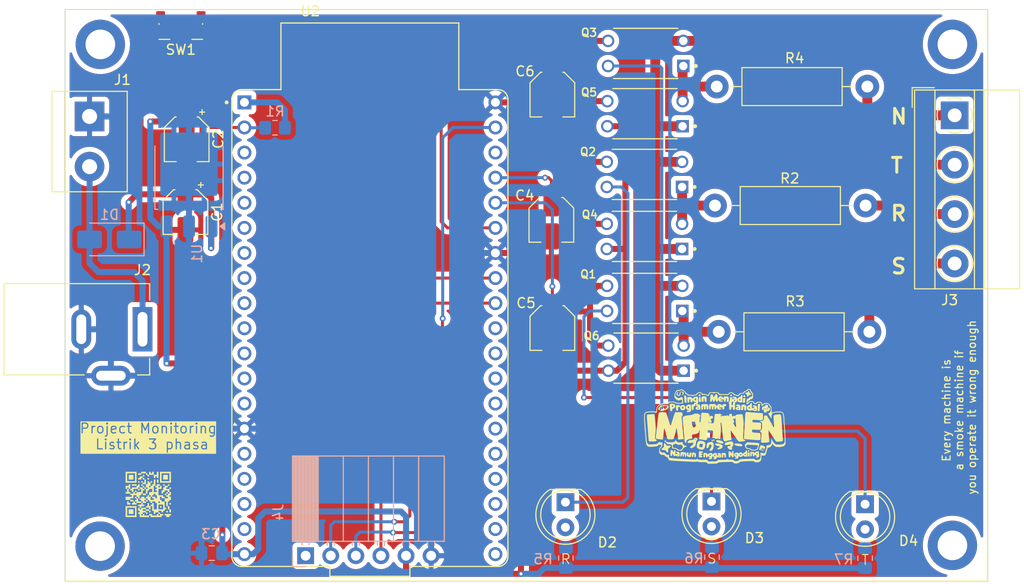
<source format=kicad_pcb>
(kicad_pcb (version 20240108) (generator "pcbnew") (generator_version "8.0")
  (layers (0 "F.Cu" signal) (31 "B.Cu" signal) (34 "B.Paste" user) (35 "F.Paste" user) (36 "B.SilkS" user "B.Silkscreen") (37 "F.SilkS" user "F.Silkscreen") (38 "B.Mask" user) (39 "F.Mask" user) (44 "Edge.Cuts" user))
  (net 0 "")
  (net 1 "Power in")
  (net 2 "GND")
  (net 3 "+3.3V")
  (net 4 "+5V")
  (net 6 "Net-(D1-K)")
  (net 7 "R")
  (net 8 "T")
  (net 9 "N")
  (net 10 "S")
  (net 11 "Net-(Q1-Pad1)")
  (net 12 "Net-(Q2-Pad1)")
  (net 13 "Net-(Q3-Pad1)")
  (net 39 "Net-(U2-EN)")
  (net 40 "Net-(D2-K)")
  (net 41 "Net-(D2-A)")
  (net 42 "Net-(D3-A)")
  (net 43 "Net-(D4-K)")
  (net 44 "Net-(D4-A)")
  (net 45 "MOSI")
  (net 46 "MISO")
  (net 47 "SCK")
  (net 49 "R_signal")
  (net 51 "S_signal")
  (net 52 "T_signal")
  (net 53 "Net-(D3-K)")
  (footprint "TerminalBlock_MetzConnect:TerminalBlock_MetzConnect_Type011_RT05504HBWC_1x04_P5.00mm_Horizontal" (layer "F.Cu") (at 197.9168 71.36 -90)
    (property "Reference" "J3" (at 18.7084 0.508 180) (layer "F.SilkS"))
    (property "Value" "Screw_Terminal_01x04")
    (pad "1" thru_hole rect (at 0 0 270) (size 2.8 2.8) (drill 1.4) (layers "*.Cu" "*.Mask") (net 9 "N"))
    (pad "2" thru_hole circle (at 5 0 270) (size 2.8 2.8) (drill 1.4) (layers "*.Cu" "*.Mask") (net 8 "T"))
    (pad "3" thru_hole circle (at 10 0 270) (size 2.8 2.8) (drill 1.4) (layers "*.Cu" "*.Mask") (net 7 "R"))
    (pad "4" thru_hole circle (at 15 0 270) (size 2.8 2.8) (drill 1.4) (layers "*.Cu" "*.Mask") (net 10 "S"))
  )
  (footprint "PC817C:PC817C" (layer "F.Cu") (at 166.5447 89.8912 180)
    (property "Reference" "Q1" (at 5.7119 2.439 0) (layer "F.SilkS") (effects (font (size 0.800551 0.800551))))
    (property "Value" "PC817C")
    (pad "1" thru_hole rect (at -3.81 -1.27 180) (size 1.26 1.26) (drill 0.85) (layers "*.Cu" "*.Mask") (net 11 "Net-(Q1-Pad1)"))
    (pad "2" thru_hole circle (at -3.81 1.27 180) (size 1.26 1.26) (drill 0.85) (layers "*.Cu" "*.Mask") (net 9 "N"))
    (pad "3" thru_hole circle (at 3.81 1.27 180) (size 1.26 1.26) (drill 0.85) (layers "*.Cu" "*.Mask") (net 51 "S_signal"))
    (pad "4" thru_hole circle (at 3.81 -1.27 180) (size 1.26 1.26) (drill 0.85) (layers "*.Cu" "*.Mask") (net 53 "Net-(D3-K)"))
  )
  (footprint "LED_THT:LED_D5.0mm_IRGrey" (layer "F.Cu") (at 158.5214 110.5154 -90)
    (property "Reference" "D2" (at 4.069 -4.2418 0) (layer "F.SilkS"))
    (property "Value" "LD271")
    (pad "1" thru_hole rect (at 0 0 270) (size 1.8 1.8) (drill 0.9) (layers "*.Cu" "*.Mask") (net 40 "Net-(D2-K)"))
    (pad "2" thru_hole circle (at 2.54 0 270) (size 1.8 1.8) (drill 0.9) (layers "*.Cu" "*.Mask") (net 41 "Net-(D2-A)"))
  )
  (footprint "Capacitor_SMD:CP_Elec_4x5.4" (layer "F.Cu") (at 120.1928 73.787 -90)
    (property "Reference" "C2" (at 0 -3.2 90) (layer "F.SilkS"))
    (property "Value" "10uF")
    (pad "1" smd roundrect (at -1.8 0 270) (size 2.6 1.6) (layers "F.Cu" "F.Paste" "F.Mask") (roundrect_rratio 0.15625) (net 4 "+5V"))
    (pad "2" smd roundrect (at 1.8 0 270) (size 2.6 1.6) (layers "F.Cu" "F.Paste" "F.Mask") (roundrect_rratio 0.15625) (net 2 "GND"))
  )
  (footprint "LED_THT:LED_D5.0mm_IRGrey" (layer "F.Cu") (at 188.849 110.7186 -90)
    (property "Reference" "D4" (at 3.7084 -4.3942 0) (layer "F.SilkS"))
    (property "Value" "LD271")
    (pad "1" thru_hole rect (at 0 0 270) (size 1.8 1.8) (drill 0.9) (layers "*.Cu" "*.Mask") (net 43 "Net-(D4-K)"))
    (pad "2" thru_hole circle (at 2.54 0 270) (size 1.8 1.8) (drill 0.9) (layers "*.Cu" "*.Mask") (net 44 "Net-(D4-A)"))
  )
  (footprint "PC817C:PC817C" (layer "F.Cu") (at 166.5193 83.6168 180)
    (property "Reference" "Q4" (at 5.5341 2.2098 0) (layer "F.SilkS") (effects (font (size 0.800551 0.800551))))
    (property "Value" "PC817C")
    (pad "1" thru_hole rect (at -3.81 -1.27 180) (size 1.26 1.26) (drill 0.85) (layers "*.Cu" "*.Mask") (net 9 "N"))
    (pad "2" thru_hole circle (at -3.81 1.27 180) (size 1.26 1.26) (drill 0.85) (layers "*.Cu" "*.Mask") (net 12 "Net-(Q2-Pad1)"))
    (pad "3" thru_hole circle (at 3.81 1.27 180) (size 1.26 1.26) (drill 0.85) (layers "*.Cu" "*.Mask") (net 49 "R_signal"))
    (pad "4" thru_hole circle (at 3.81 -1.27 180) (size 1.26 1.26) (drill 0.85) (layers "*.Cu" "*.Mask") (net 4 "+5V"))
  )
  (footprint "LOGO" (layer "F.Cu") (at 116.2812 109.7026)
    (property "Reference" "G***" (hide yes))
    (property "Value" "LOGO" (hide yes))
  )
  (footprint "PC817C:PC817C" (layer "F.Cu") (at 166.6748 95.9358 180)
    (property "Reference" "Q6" (at 5.5118 2.2606 0) (layer "F.SilkS") (effects (font (size 0.800551 0.800551))))
    (property "Value" "PC817C")
    (pad "1" thru_hole rect (at -3.81 -1.27 180) (size 1.26 1.26) (drill 0.85) (layers "*.Cu" "*.Mask") (net 9 "N"))
    (pad "2" thru_hole circle (at -3.81 1.27 180) (size 1.26 1.26) (drill 0.85) (layers "*.Cu" "*.Mask") (net 11 "Net-(Q1-Pad1)"))
    (pad "3" thru_hole circle (at 3.81 1.27 180) (size 1.26 1.26) (drill 0.85) (layers "*.Cu" "*.Mask") (net 51 "S_signal"))
    (pad "4" thru_hole circle (at 3.81 -1.27 180) (size 1.26 1.26) (drill 0.85) (layers "*.Cu" "*.Mask") (net 4 "+5V"))
  )
  (footprint "ESP:MODULE_ESP32-DEVKITC-32E" (layer "F.Cu") (at 138.7348 92.8882)
    (property "Reference" "U2" (at -6.0325 -32.0675 0) (layer "F.SilkS"))
    (property "Value" "ESP32-DEVKITC-32E")
    (pad "J2_1" thru_hole rect (at -12.7 -22.835) (size 1.408 1.408) (drill 0.9) (layers "*.Cu" "*.Mask") (net 3 "+3.3V"))
    (pad "J2_2" thru_hole circle (at -12.7 -20.295) (size 1.408 1.408) (drill 0.9) (layers "*.Cu" "*.Mask") (net 39 "Net-(U2-EN)"))
    (pad "J2_3" thru_hole circle (at -12.7 -17.755) (size 1.408 1.408) (drill 0.9) (layers "*.Cu" "*.Mask"))
    (pad "J2_4" thru_hole circle (at -12.7 -15.215) (size 1.408 1.408) (drill 0.9) (layers "*.Cu" "*.Mask"))
    (pad "J2_5" thru_hole circle (at -12.7 -12.675) (size 1.408 1.408) (drill 0.9) (layers "*.Cu" "*.Mask"))
    (pad "J2_6" thru_hole circle (at -12.7 -10.135) (size 1.408 1.408) (drill 0.9) (layers "*.Cu" "*.Mask"))
    (pad "J2_7" thru_hole circle (at -12.7 -7.595) (size 1.408 1.408) (drill 0.9) (layers "*.Cu" "*.Mask"))
    (pad "J2_8" thru_hole circle (at -12.7 -5.055) (size 1.408 1.408) (drill 0.9) (layers "*.Cu" "*.Mask"))
    (pad "J2_9" thru_hole circle (at -12.7 -2.515) (size 1.408 1.408) (drill 0.9) (layers "*.Cu" "*.Mask"))
    (pad "J2_10" thru_hole circle (at -12.7 0.025) (size 1.408 1.408) (drill 0.9) (layers "*.Cu" "*.Mask"))
    (pad "J2_11" thru_hole circle (at -12.7 2.565) (size 1.408 1.408) (drill 0.9) (layers "*.Cu" "*.Mask"))
    (pad "J2_12" thru_hole circle (at -12.7 5.105) (size 1.408 1.408) (drill 0.9) (layers "*.Cu" "*.Mask"))
    (pad "J2_13" thru_hole circle (at -12.7 7.645) (size 1.408 1.408) (drill 0.9) (layers "*.Cu" "*.Mask"))
    (pad "J2_14" thru_hole circle (at -12.7 10.185) (size 1.408 1.408) (drill 0.9) (layers "*.Cu" "*.Mask") (net 2 "GND"))
    (pad "J2_15" thru_hole circle (at -12.7 12.725) (size 1.408 1.408) (drill 0.9) (layers "*.Cu" "*.Mask"))
    (pad "J2_16" thru_hole circle (at -12.7 15.265) (size 1.408 1.408) (drill 0.9) (layers "*.Cu" "*.Mask"))
    (pad "J2_17" thru_hole circle (at -12.7 17.805) (size 1.408 1.408) (drill 0.9) (layers "*.Cu" "*.Mask"))
    (pad "J2_18" thru_hole circle (at -12.7 20.345) (size 1.408 1.408) (drill 0.9) (layers "*.Cu" "*.Mask"))
    (pad "J2_19" thru_hole circle (at -12.7 22.885) (size 1.408 1.408) (drill 0.9) (layers "*.Cu" "*.Mask") (net 4 "+5V"))
    (pad "J3_1" thru_hole circle (at 12.7 -22.835) (size 1.408 1.408) (drill 0.9) (layers "*.Cu" "*.Mask") (net 2 "GND"))
    (pad "J3_2" thru_hole circle (at 12.7 -20.295) (size 1.408 1.408) (drill 0.9) (layers "*.Cu" "*.Mask") (net 45 "MOSI"))
    (pad "J3_3" thru_hole circle (at 12.7 -17.755) (size 1.408 1.408) (drill 0.9) (layers "*.Cu" "*.Mask"))
    (pad "J3_4" thru_hole circle (at 12.7 -15.215) (size 1.408 1.408) (drill 0.9) (layers "*.Cu" "*.Mask") (net 49 "R_signal"))
    (pad "J3_5" thru_hole circle (at 12.7 -12.675) (size 1.408 1.408) (drill 0.9) (layers "*.Cu" "*.Mask") (net 51 "S_signal"))
    (pad "J3_6" thru_hole circle (at 12.7 -10.135) (size 1.408 1.408) (drill 0.9) (layers "*.Cu" "*.Mask") (net 52 "T_signal"))
    (pad "J3_7" thru_hole circle (at 12.7 -7.595) (size 1.408 1.408) (drill 0.9) (layers "*.Cu" "*.Mask") (net 2 "GND"))
    (pad "J3_8" thru_hole circle (at 12.7 -5.055) (size 1.408 1.408) (drill 0.9) (layers "*.Cu" "*.Mask") (net 46 "MISO"))
    (pad "J3_9" thru_hole circle (at 12.7 -2.515) (size 1.408 1.408) (drill 0.9) (layers "*.Cu" "*.Mask") (net 47 "SCK"))
    (pad "J3_10" thru_hole circle (at 12.7 0.025) (size 1.408 1.408) (drill 0.9) (layers "*.Cu" "*.Mask"))
    (pad "J3_11" thru_hole circle (at 12.7 2.565) (size 1.408 1.408) (drill 0.9) (layers "*.Cu" "*.Mask"))
    (pad "J3_12" thru_hole circle (at 12.7 5.105) (size 1.408 1.408) (drill 0.9) (layers "*.Cu" "*.Mask"))
    (pad "J3_13" thru_hole circle (at 12.7 7.645) (size 1.408 1.408) (drill 0.9) (layers "*.Cu" "*.Mask"))
    (pad "J3_14" thru_hole circle (at 12.7 10.185) (size 1.408 1.408) (drill 0.9) (layers "*.Cu" "*.Mask"))
    (pad "J3_15" thru_hole circle (at 12.7 12.725) (size 1.408 1.408) (drill 0.9) (layers "*.Cu" "*.Mask"))
    (pad "J3_16" thru_hole circle (at 12.7 15.265) (size 1.408 1.408) (drill 0.9) (layers "*.Cu" "*.Mask"))
    (pad "J3_17" thru_hole circle (at 12.7 17.805) (size 1.408 1.408) (drill 0.9) (layers "*.Cu" "*.Mask"))
    (pad "J3_18" thru_hole circle (at 12.7 20.345) (size 1.408 1.408) (drill 0.9) (layers "*.Cu" "*.Mask"))
    (pad "J3_19" thru_hole circle (at 12.7 22.885) (size 1.408 1.408) (drill 0.9) (layers "*.Cu" "*.Mask"))
  )
  (footprint "PC817C:PC817C" (layer "F.Cu") (at 166.6463 65.0996 180)
    (property "Reference" "Q3" (at 5.7373 2.1076 0) (layer "F.SilkS") (effects (font (size 0.800551 0.800551))))
    (property "Value" "PC817C")
    (pad "1" thru_hole rect (at -3.81 -1.27 180) (size 1.26 1.26) (drill 0.85) (layers "*.Cu" "*.Mask") (net 13 "Net-(Q3-Pad1)"))
    (pad "2" thru_hole circle (at -3.81 1.27 180) (size 1.26 1.26) (drill 0.85) (layers "*.Cu" "*.Mask") (net 9 "N"))
    (pad "3" thru_hole circle (at 3.81 1.27 180) (size 1.26 1.26) (drill 0.85) (layers "*.Cu" "*.Mask") (net 52 "T_signal"))
    (pad "4" thru_hole circle (at 3.81 -1.27 180) (size 1.26 1.26) (drill 0.85) (layers "*.Cu" "*.Mask") (net 43 "Net-(D4-K)"))
  )
  (footprint "Capacitor_SMD:C_Elec_4x5.4" (layer "F.Cu") (at 157.2006 92.8892 -90)
    (property "Reference" "C5" (at -2.53 2.667 360) (layer "F.SilkS"))
    (property "Value" "C")
    (pad "1" smd roundrect (at -1.675 0 270) (size 2.65 1.6) (layers "F.Cu" "F.Paste" "F.Mask") (roundrect_rratio 0.15625) (net 51 "S_signal"))
    (pad "2" smd roundrect (at 1.675 0 270) (size 2.65 1.6) (layers "F.Cu" "F.Paste" "F.Mask") (roundrect_rratio 0.15625) (net 2 "GND"))
  )
  (footprint "Capacitor_SMD:C_Elec_4x5.4" (layer "F.Cu") (at 157.099 81.9404 -90)
    (property "Reference" "C4" (at -2.4652 2.6924 360) (layer "F.SilkS"))
    (property "Value" "C")
    (pad "1" smd roundrect (at -1.675 0 270) (size 2.65 1.6) (layers "F.Cu" "F.Paste" "F.Mask") (roundrect_rratio 0.15625) (net 49 "R_signal"))
    (pad "2" smd roundrect (at 1.675 0 270) (size 2.65 1.6) (layers "F.Cu" "F.Paste" "F.Mask") (roundrect_rratio 0.15625) (net 2 "GND"))
  )
  (footprint "Capacitor_SMD:C_Elec_4x5.4" (layer "F.Cu") (at 157.2006 69.2672 -90)
    (property "Reference" "C6" (at -2.3622 2.7686 360) (layer "F.SilkS"))
    (property "Value" "C")
    (pad "1" smd roundrect (at -1.675 0 270) (size 2.65 1.6) (layers "F.Cu" "F.Paste" "F.Mask") (roundrect_rratio 0.15625) (net 52 "T_signal"))
    (pad "2" smd roundrect (at 1.675 0 270) (size 2.65 1.6) (layers "F.Cu" "F.Paste" "F.Mask") (roundrect_rratio 0.15625) (net 2 "GND"))
  )
  (footprint "Capacitor_SMD:CP_Elec_4x5.4" (layer "F.Cu") (at 120.0658 81.1564 -90)
    (property "Reference" "C1" (at 0 -3.2 90) (layer "F.SilkS"))
    (property "Value" "10uF")
    (pad "1" smd roundrect (at -1.8 0 270) (size 2.6 1.6) (layers "F.Cu" "F.Paste" "F.Mask") (roundrect_rratio 0.15625) (net 6 "Net-(D1-K)"))
    (pad "2" smd roundrect (at 1.8 0 270) (size 2.6 1.6) (layers "F.Cu" "F.Paste" "F.Mask") (roundrect_rratio 0.15625) (net 2 "GND"))
  )
  (footprint "TerminalBlock:TerminalBlock_bornier-2_P5.08mm" (layer "F.Cu") (at 110.363 71.4756 -90)
    (property "Reference" "J1" (at -3.7084 -3.3274 0) (layer "F.SilkS"))
    (property "Value" "Screw_Terminal_01x02")
    (pad "1" thru_hole rect (at 0 0 270) (size 3 3) (drill 1.52) (layers "*.Cu" "*.Mask") (net 2 "GND"))
    (pad "2" thru_hole circle (at 5.08 0 270) (size 3 3) (drill 1.52) (layers "*.Cu" "*.Mask") (net 1 "Power in"))
  )
  (footprint "Resistor_THT:R_Axial_DIN0411_L9.9mm_D3.6mm_P15.24mm_Horizontal" (layer "F.Cu") (at 189.2808 93.2688 180)
    (property "Reference" "R3" (at 7.5184 3.0734 0) (layer "F.SilkS"))
    (property "Value" "R")
    (pad "1" thru_hole circle (at 0 0 180) (size 2.4 2.4) (drill 1.2) (layers "*.Cu" "*.Mask") (net 10 "S"))
    (pad "2" thru_hole oval (at 15.24 0 180) (size 2.4 2.4) (drill 1.2) (layers "*.Cu" "*.Mask") (net 11 "Net-(Q1-Pad1)"))
  )
  (footprint "Resistor_THT:R_Axial_DIN0411_L9.9mm_D3.6mm_P15.24mm_Horizontal" (layer "F.Cu") (at 189.0776 68.453 180)
    (property "Reference" "R4" (at 7.366 2.8702 0) (layer "F.SilkS"))
    (property "Value" "R")
    (pad "1" thru_hole circle (at 0 0 180) (size 2.4 2.4) (drill 1.2) (layers "*.Cu" "*.Mask") (net 8 "T"))
    (pad "2" thru_hole oval (at 15.24 0 180) (size 2.4 2.4) (drill 1.2) (layers "*.Cu" "*.Mask") (net 13 "Net-(Q3-Pad1)"))
  )
  (footprint "LOGO" (layer "F.Cu") (at 173.736 103.1748)
    (property "Reference" "G***" (at -0.391124 -0.649574 0) (layer "F.SilkS") (effects (font (size 1.5 1.5) (thickness 0.3))))
    (property "Value" "LOGO" (hide yes))
  )
  (footprint "Connector_BarrelJack:BarrelJack_Kycon_KLDX-0202-xC_Horizontal" (layer "F.Cu") (at 115.7248 93.0148)
    (property "Reference" "J2" (at 0 -6 0) (layer "F.SilkS"))
    (property "Value" "Barrel_Jack_Switch")
    (pad "1" thru_hole rect (at 0 0) (size 2 4.5) (drill oval 1 3.5) (layers "*.Cu" "*.Mask") (net 1 "Power in"))
    (pad "2" thru_hole oval (at -6.2 0) (size 2 4) (drill oval 1 3) (layers "*.Cu" "*.Mask") (net 2 "GND"))
    (pad "3" thru_hole oval (at -3.2 4.7 90) (size 2 4) (drill oval 1 3) (layers "*.Cu" "*.Mask") (net 2 "GND"))
  )
  (footprint "Resistor_THT:R_Axial_DIN0411_L9.9mm_D3.6mm_P15.24mm_Horizontal" (layer "F.Cu") (at 188.8998 80.4926 180)
    (property "Reference" "R2" (at 7.6708 2.7432 0) (layer "F.SilkS"))
    (property "Value" "R")
    (pad "1" thru_hole circle (at 0 0 180) (size 2.4 2.4) (drill 1.2) (layers "*.Cu" "*.Mask") (net 7 "R"))
    (pad "2" thru_hole oval (at 15.24 0 180) (size 2.4 2.4) (drill 1.2) (layers "*.Cu" "*.Mask") (net 12 "Net-(Q2-Pad1)"))
  )
  (footprint "PC817C:PC817C" (layer "F.Cu") (at 166.5732 71.1962 180)
    (property "Reference" "Q5" (at 5.6642 2.159 0) (layer "F.SilkS") (effects (font (size 0.800551 0.800551))))
    (property "Value" "PC817C")
    (pad "1" thru_hole rect (at -3.81 -1.27 180) (size 1.26 1.26) (drill 0.85) (layers "*.Cu" "*.Mask") (net 9 "N"))
    (pad "2" thru_hole circle (at -3.81 1.27 180) (size 1.26 1.26) (drill 0.85) (layers "*.Cu" "*.Mask") (net 13 "Net-(Q3-Pad1)"))
    (pad "3" thru_hole circle (at 3.81 1.27 180) (size 1.26 1.26) (drill 0.85) (layers "*.Cu" "*.Mask") (net 52 "T_signal"))
    (pad "4" thru_hole circle (at 3.81 -1.27 180) (size 1.26 1.26) (drill 0.85) (layers "*.Cu" "*.Mask") (net 4 "+5V"))
  )
  (footprint "LED_THT:LED_D5.0mm_IRGrey" (layer "F.Cu") (at 173.3042 110.4342 -90)
    (property "Reference" "D3" (at 3.7084 -4.3434 0) (layer "F.SilkS"))
    (property "Value" "LD271")
    (pad "1" thru_hole rect (at 0 0 270) (size 1.8 1.8) (drill 0.9) (layers "*.Cu" "*.Mask") (net 53 "Net-(D3-K)"))
    (pad "2" thru_hole circle (at 2.54 0 270) (size 1.8 1.8) (drill 0.9) (layers "*.Cu" "*.Mask") (net 42 "Net-(D3-A)"))
  )
  (footprint "Button_Switch_SMD:SW_SPST_CK_KMS2xxG" (layer "F.Cu") (at 119.5988 62.1164 180)
    (property "Reference" "SW1" (at 0 -2.6 180) (layer "F.SilkS"))
    (property "Value" "CK_KMS2xxG")
    (pad "1" smd roundrect (at -2.05 -0.8 180) (size 0.9 1) (layers "F.Cu" "F.Paste" "F.Mask") (roundrect_rratio 0.15) (net 2 "GND"))
    (pad "1" smd roundrect (at 2.05 -0.8 180) (size 0.9 1) (layers "F.Cu" "F.Paste" "F.Mask") (roundrect_rratio 0.15) (net 2 "GND"))
    (pad "2" smd roundrect (at -2.05 0.8 180) (size 0.9 1) (layers "F.Cu" "F.Paste" "F.Mask") (roundrect_rratio 0.15) (net 39 "Net-(U2-EN)"))
    (pad "2" smd roundrect (at 2.05 0.8 180) (size 0.9 1) (layers "F.Cu" "F.Paste" "F.Mask") (roundrect_rratio 0.15) (net 39 "Net-(U2-EN)"))
    (pad "SH" smd roundrect (at 0 -1.425 180) (size 1.7 0.55) (layers "F.Cu" "F.Paste" "F.Mask") (roundrect_rratio 0.15))
  )
  (footprint "PC817C:PC817C" (layer "F.Cu") (at 166.5193 77.343 180)
    (property "Reference" "Q2" (at 5.7119 2.286 0) (layer "F.SilkS") (effects (font (size 0.800551 0.800551))))
    (property "Value" "PC817C")
    (pad "1" thru_hole rect (at -3.81 -1.27 180) (size 1.26 1.26) (drill 0.85) (layers "*.Cu" "*.Mask") (net 12 "Net-(Q2-Pad1)"))
    (pad "2" thru_hole circle (at -3.81 1.27 180) (size 1.26 1.26) (drill 0.85) (layers "*.Cu" "*.Mask") (net 9 "N"))
    (pad "3" thru_hole circle (at 3.81 1.27 180) (size 1.26 1.26) (drill 0.85) (layers "*.Cu" "*.Mask") (net 49 "R_signal"))
    (pad "4" thru_hole circle (at 3.81 -1.27 180) (size 1.26 1.26) (drill 0.85) (layers "*.Cu" "*.Mask") (net 40 "Net-(D2-K)"))
  )
  (footprint "Diode_SMD:D_SMA" (layer "B.Cu") (at 112.3696 83.9216 180)
    (property "Reference" "D1" (at 0 2.5 0) (layer "B.SilkS") (effects (justify mirror)))
    (property "Value" "SS14")
    (pad "1" smd roundrect (at -2 0 180) (size 2.5 1.8) (layers "B.Cu" "B.Paste" "B.Mask") (roundrect_rratio 0.1388888889) (net 6 "Net-(D1-K)"))
    (pad "2" smd roundrect (at 2 0 180) (size 2.5 1.8) (layers "B.Cu" "B.Paste" "B.Mask") (roundrect_rratio 0.1388888889) (net 1 "Power in"))
  )
  (footprint "Package_TO_SOT_SMD:TO-252-3_TabPin2" (layer "B.Cu") (at 120.4274 77.5608 90)
    (property "Reference" "U1" (at -7.8064 0.8138 90) (layer "B.SilkS") (effects (justify mirror)))
    (property "Value" "L7805")
    (pad "1" smd roundrect (at -5.04 2.28 90) (size 2.2 1.2) (layers "B.Cu" "B.Paste" "B.Mask") (roundrect_rratio 0.208333) (net 6 "Net-(D1-K)"))
    (pad "2" smd roundrect (at -5.04 0 90) (size 2.2 1.2) (layers "B.Cu" "B.Paste" "B.Mask") (roundrect_rratio 0.208333) (net 2 "GND"))
    (pad "2" smd roundrect (at -0.415 -1.525 90) (size 3.05 2.75) (layers "B.Cu" "B.Paste") (roundrect_rratio 0.090909) (net 2 "GND"))
    (pad "2" smd roundrect (at -0.415 1.525 90) (size 3.05 2.75) (layers "B.Cu" "B.Paste") (roundrect_rratio 0.090909) (net 2 "GND"))
    (pad "2" smd roundrect (at 1.26 0 90) (size 6.4 5.8) (layers "B.Cu" "B.Mask") (roundrect_rratio 0.043103) (net 2 "GND"))
    (pad "2" smd roundrect (at 2.935 -1.525 90) (size 3.05 2.75) (layers "B.Cu" "B.Paste") (roundrect_rratio 0.090909) (net 2 "GND"))
    (pad "2" smd roundrect (at 2.935 1.525 90) (size 3.05 2.75) (layers "B.Cu" "B.Paste") (roundrect_rratio 0.090909) (net 2 "GND"))
    (pad "3" smd roundrect (at -5.04 -2.28 90) (size 2.2 1.2) (layers "B.Cu" "B.Paste" "B.Mask") (roundrect_rratio 0.208333) (net 4 "+5V"))
  )
  (footprint "Resistor_SMD:R_0805_2012Metric_Pad1.20x1.40mm_HandSolder" (layer "B.Cu") (at 188.849 116.1796 -90)
    (property "Reference" "R7" (at 0.127 2.159 180) (layer "B.SilkS") (effects (justify mirror)))
    (property "Value" "R")
    (pad "1" smd roundrect (at -1 0 270) (size 1.2 1.4) (layers "B.Cu" "B.Paste" "B.Mask") (roundrect_rratio 0.208333) (net 44 "Net-(D4-A)"))
    (pad "2" smd roundrect (at 1 0 270) (size 1.2 1.4) (layers "B.Cu" "B.Paste" "B.Mask") (roundrect_rratio 0.208333) (net 4 "+5V"))
  )
  (footprint "Resistor_SMD:R_0805_2012Metric_Pad1.20x1.40mm_HandSolder" (layer "B.Cu") (at 158.5722 116.1592 -90)
    (property "Reference" "R5" (at 0.122 2.3114 180) (layer "B.SilkS") (effects (justify mirror)))
    (property "Value" "R" (hide yes))
    (pad "1" smd roundrect (at -1 0 270) (size 1.2 1.4) (layers "B.Cu" "B.Paste" "B.Mask") (roundrect_rratio 0.208333) (net 41 "Net-(D2-A)"))
    (pad "2" smd roundrect (at 1 0 270) (size 1.2 1.4) (layers "B.Cu" "B.Paste" "B.Mask") (roundrect_rratio 0.208333) (net 4 "+5V"))
  )
  (footprint "Capacitor_SMD:C_0805_2012Metric_Pad1.18x1.45mm_HandSolder" (layer "B.Cu") (at 122.7328 115.6716 180)
    (property "Reference" "C3" (at 0.1016 1.9304 180) (layer "B.SilkS") (effects (justify mirror)))
    (property "Value" "10uF")
    (pad "1" smd roundrect (at -1.0375 0 180) (size 1.175 1.45) (layers "B.Cu" "B.Paste" "B.Mask") (roundrect_rratio 0.212766) (net 4 "+5V"))
    (pad "2" smd roundrect (at 1.0375 0 180) (size 1.175 1.45) (layers "B.Cu" "B.Paste" "B.Mask") (roundrect_rratio 0.212766) (net 2 "GND"))
  )
  (footprint "Resistor_SMD:R_0805_2012Metric_Pad1.20x1.40mm_HandSolder" (layer "B.Cu") (at 173.355 116.078 -90)
    (property "Reference" "R6" (at 0.127 1.8288 180) (layer "B.SilkS") (effects (justify mirror)))
    (property "Value" "R")
    (pad "1" smd roundrect (at -1 0 270) (size 1.2 1.4) (layers "B.Cu" "B.Paste" "B.Mask") (roundrect_rratio 0.208333) (net 42 "Net-(D3-A)"))
    (pad "2" smd roundrect (at 1 0 270) (size 1.2 1.4) (layers "B.Cu" "B.Paste" "B.Mask") (roundrect_rratio 0.208333) (net 4 "+5V"))
  )
  (footprint "Connector_PinSocket_2.54mm:PinSocket_1x06_P2.54mm_Horizontal" (layer "B.Cu") (at 132.232 115.9314 -90)
    (property "Reference" "J4" (at -4.38 2.77 90) (layer "B.SilkS") (effects (justify mirror)))
    (property "Value" "Conn_01x06_Pin")
    (pad "1" thru_hole rect (at 0 0 270) (size 1.7 1.7) (drill 1) (layers "*.Cu" "*.Mask"))
    (pad "2" thru_hole oval (at 0 -2.54 270) (size 1.7 1.7) (drill 1) (layers "*.Cu" "*.Mask") (net 47 "SCK"))
    (pad "3" thru_hole oval (at 0 -5.08 270) (size 1.7 1.7) (drill 1) (layers "*.Cu" "*.Mask") (net 45 "MOSI"))
    (pad "4" thru_hole oval (at 0 -7.62 270) (size 1.7 1.7) (drill 1) (layers "*.Cu" "*.Mask") (net 46 "MISO"))
    (pad "5" thru_hole oval (at 0 -10.16 270) (size 1.7 1.7) (drill 1) (layers "*.Cu" "*.Mask") (net 4 "+5V"))
    (pad "6" thru_hole oval (at 0 -12.7 270) (size 1.7 1.7) (drill 1) (layers "*.Cu" "*.Mask") (net 2 "GND"))
  )
  (footprint "Resistor_SMD:R_0805_2012Metric_Pad1.20x1.40mm_HandSolder" (layer "B.Cu") (at 129.1336 72.6186 180)
    (property "Reference" "R1" (at 0 1.65 0) (layer "B.SilkS") (effects (justify mirror)))
    (property "Value" "10k")
    (pad "1" smd roundrect (at -1 0 180) (size 1.2 1.4) (layers "B.Cu" "B.Paste" "B.Mask") (roundrect_rratio 0.208333) (net 3 "+3.3V"))
    (pad "2" smd roundrect (at 1 0 180) (size 1.2 1.4) (layers "B.Cu" "B.Paste" "B.Mask") (roundrect_rratio 0.208333) (net 39 "Net-(U2-EN)"))
  )
  (gr_rect (start 107.9246 60.6552) (end 201.2188 118.491) (stroke (width 0.1)) (fill none) (layer "F.SilkS"))
  (gr_rect (start 107.8484 60.6552) (end 201.295 118.5672) (stroke (width 0.05)) (fill none) (layer "Edge.Cuts"))
  (gr_text "S" (at 191.3382 87.5284 0) (layer "F.SilkS") (effects (font (size 1.5 1.5) (thickness 0.3) (bold yes)) (justify left bottom)))
  (gr_text "S" (at 172.7962 116.8146 0) (layer "F.SilkS") (effects (font (size 1 1) (thickness 0.1)) (justify left bottom)))
  (gr_text "T" (at 188.4172 116.9416 0) (layer "F.SilkS") (effects (font (size 1 1) (thickness 0.1)) (justify left bottom)))
  (gr_text "R" (at 157.988 116.8654 0) (layer "F.SilkS") (effects (font (size 1 1) (thickness 0.1)) (justify left bottom)))
  (gr_text "R" (at 191.2874 82.169 0) (layer "F.SilkS") (effects (font (size 1.5 1.5) (thickness 0.3) (bold yes)) (justify left bottom)))
  (gr_text "T" (at 191.2874 77.3176 0) (layer "F.SilkS") (effects (font (size 1.5 1.5) (thickness 0.3) (bold yes)) (justify left bottom)))
  (gr_text "N" (at 191.2874 72.3646 0) (layer "F.SilkS") (effects (font (size 1.5 1.5) (thickness 0.3) (bold yes)) (justify left bottom)))
  (gr_text "Every machine is \na smoke machine if \nyou operate it wrong enough" (at 200.1266 100.9142 90) (layer "F.SilkS") (effects (font (size 0.8 0.8) (thickness 0.125) (bold yes)) (justify bottom)))
  (gr_text "Project Monitoring \nListrik 3 phasa" (at 116.6876 102.4636 0) (layer "F.SilkS" knockout) (effects (font (size 1 1) (thickness 0.125) (bold yes)) (justify top)))
  (via (at 197.6882 114.8842) (size 5) (drill 3) (layers "F.Cu" "B.Cu") (net 0))
  (via (at 197.6882 64.1858) (size 5) (drill 3) (layers "F.Cu" "B.Cu") (net 0))
  (via (at 111.4552 64.1858) (size 5) (drill 3) (layers "F.Cu" "B.Cu") (net 0))
  (via (at 111.4298 114.9604) (size 5) (drill 3) (layers "F.Cu" "B.Cu") (net 0))
  (segment (start 110.3696 83.9216) (end 110.3696 76.5622) (width 0.6096) (layer "B.Cu") (net 1))
  (segment (start 110.3696 83.9216) (end 110.3696 86.3412) (width 0.6096) (layer "B.Cu") (net 1))
  (segment (start 114.8588 87.2236) (end 115.7248 88.0896) (width 0.6096) (layer "B.Cu") (net 1))
  (segment (start 111.252 87.2236) (end 114.8588 87.2236) (width 0.6096) (layer "B.Cu") (net 1))
  (segment (start 110.3696 86.3412) (end 111.252 87.2236) (width 0.6096) (layer "B.Cu") (net 1))
  (segment (start 110.3696 76.5622) (end 110.363 76.5556) (width 0.6096) (layer "B.Cu") (net 1))
  (segment (start 115.7248 88.0896) (end 115.7248 93.0148) (width 0.6096) (layer "B.Cu") (net 1))
  (segment (start 153.7716 94.1578) (end 153.7716 85.2932) (width 0.6096) (layer "F.Cu") (net 2))
  (segment (start 153.7716 85.2932) (end 153.7716 83.6168) (width 0.6096) (layer "F.Cu") (net 2))
  (segment (start 157.2006 70.9422) (end 153.797 70.9422) (width 0.6096) (layer "F.Cu") (net 2))
  (segment (start 153.773 83.6154) (end 153.7716 83.6168) (width 0.6096) (layer "F.Cu") (net 2))
  (segment (start 115.5192 74.4728) (end 115.5192 71.4502) (width 0.6096) (layer "F.Cu") (net 2))
  (segment (start 121.6488 62.9164) (end 121.6488 64.5332) (width 0.6096) (layer "F.Cu") (net 2))
  (segment (start 112.5982 82.3722) (end 112.5982 78.5622) (width 0.6096) (layer "F.Cu") (net 2))
  (segment (start 115.5226 75.587) (end 115.5192 75.5904) (width 0.6096) (layer "F.Cu") (net 2))
  (segment (start 115.1128 77.8256) (end 115.5192 77.4192) (width 0.6096) (layer "F.Cu") (net 2))
  (segment (start 113.3348 77.8256) (end 115.1128 77.8256) (width 0.6096) (layer "F.Cu") (net 2))
  (segment (start 157.2006 94.5642) (end 154.178 94.5642) (width 0.6096) (layer "F.Cu") (net 2))
  (segment (start 151.4348 85.2932) (end 153.7716 85.2932) (width 0.6096) (layer "F.Cu") (net 2))
  (segment (start 115.4938 71.4756) (end 115.5192 71.4502) (width 0.6096) (layer "F.Cu") (net 2))
  (segment (start 121.6488 64.5332) (end 121.158 65.024) (width 0.6096) (layer "F.Cu") (net 2))
  (segment (start 115.5192 71.4502) (end 115.5192 65.024) (width 0.6096) (layer "F.Cu") (net 2))
  (segment (start 110.363 71.4756) (end 115.4938 71.4756) (width 0.6096) (layer "F.Cu") (net 2))
  (segment (start 120.1928 75.587) (end 115.5226 75.587) (width 0.6096) (layer "F.Cu") (net 2))
  (segment (start 153.7716 83.6168) (end 153.7716 70.9676) (width 0.6096) (layer "F.Cu") (net 2))
  (segment (start 121.158 65.024) (end 115.5192 65.024) (width 0.6096) (layer "F.Cu") (net 2))
  (segment (start 115.5192 63.6778) (end 115.5192 65.024) (width 0.6096) (layer "F.Cu") (net 2))
  (segment (start 116.2806 62.9164) (end 115.5192 63.6778) (width 0.6096) (layer "F.Cu") (net 2))
  (segment (start 153.1874 70.0532) (end 151.4348 70.0532) (width 0.6096) (layer "F.Cu") (net 2))
  (segment (start 115.5192 77.4192) (end 115.5192 75.5904) (width 0.6096) (layer "F.Cu") (net 2))
  (segment (start 154.178 94.5642) (end 153.7716 94.1578) (width 0.6096) (layer "F.Cu") (net 2))
  (segment (start 157.099 83.6154) (end 153.773 83.6154) (width 0.6096) (layer "F.Cu") (net 2))
  (segment (start 153.7716 70.6374) (end 153.1874 70.0532) (width 0.6096) (layer "F.Cu") (net 2))
  (segment (start 113.1824 82.9564) (end 112.5982 82.3722) (width 0.6096) (layer "F.Cu") (net 2))
  (segment (start 112.5982 78.5622) (end 113.3348 77.8256) (width 0.6096) (layer "F.Cu") (net 2))
  (segment (start 153.7716 70.9676) (end 153.7716 70.6374) (width 0.6096) (layer "F.Cu") (net 2))
  (segment (start 115.5192 75.5904) (end 115.5192 74.4728) (width 0.6096) (layer "F.Cu") (net 2))
  (segment (start 117.5488 62.9164) (end 116.2806 62.9164) (width 0.6096) (layer "F.Cu") (net 2))
  (segment (start 153.797 70.9422) (end 153.7716 70.9676) (width 0.6096) (layer "F.Cu") (net 2))
  (segment (start 120.0658 82.9564) (end 113.1824 82.9564) (width 0.6096) (layer "F.Cu") (net 2))
  (segment (start 109.5248 93.0148) (end 111.4806 93.0148) (width 0.6096) (layer "B.Cu") (net 2))
  (segment (start 151.4348 85.2932) (end 150.2918 85.2932) (width 0.6096) (layer "B.Cu") (net 2))
  (segment (start 120.4274 76.3008) (end 120.4274 71.2276) (width 0.6096) (layer "B.Cu") (net 2))
  (segment (start 121.6953 115.6716) (end 121.6953 103.1533) (width 0.6096) (layer "B.Cu") (net 2))
  (segment (start 115.2398 70.7644) (end 114.5286 71.4756) (width 0.6096) (layer "B.Cu") (net 2))
  (segment (start 112.5248 94.059) (end 112.5248 97.7148) (width 0.6096) (layer "B.Cu") (net 2))
  (segment (start 144.932 104.394) (end 144.932 115.9314) (width 0.6096) (layer "B.Cu") (net 2))
  (segment (start 121.6953 103.1533) (end 121.6152 103.0732) (width 0.6096) (layer "B.Cu") (net 2))
  (segment (start 120.4274 76.3008) (end 120.4274 82.6008) (width 0.6096) (layer "B.Cu") (net 2))
  (segment (start 120.4274 102.622) (end 120.8786 103.0732) (width 0.6096) (layer "B.Cu") (net 2))
  (segment (start 144.932 95.5552) (end 144.932 104.394) (width 0.6096) (layer "B.Cu") (net 2))
  (segment (start 150.2918 85.2932) (end 148.9202 86.6648) (width 0.6096) (layer "B.Cu") (net 2))
  (segment (start 121.6152 103.0732) (end 126.0348 103.0732) (width 0.6096) (layer "B.Cu") (net 2))
  (segment (start 148.9202 93.9546) (end 148.1836 94.6912) (width 0.6096) (layer "B.Cu") (net 2))
  (segment (start 120.4274 71.2276) (end 119.9642 70.7644) (width 0.6096) (layer "B.Cu") (net 2))
  (segment (start 145.796 94.6912) (end 144.932 95.5552) (width 0.6096) (layer "B.Cu") (net 2))
  (segment (start 119.9642 70.7644) (end 115.2398 70.7644) (width 0.6096) (layer "B.Cu") (net 2))
  (segment (start 120.4274 82.6008) (end 120.4274 97.7138) (width 0.6096) (layer "B.Cu") (net 2))
  (segment (start 144.932 103.0732) (end 144.932 104.394) (width 0.6096) (layer "B.Cu") (net 2))
  (segment (start 148.1836 94.6912) (end 145.796 94.6912) (width 0.6096) (layer "B.Cu") (net 2))
  (segment (start 148.9202 86.6648) (end 148.9202 93.9546) (width 0.6096) (layer "B.Cu") (net 2))
  (segment (start 126.0348 103.0732) (end 144.932 103.0732) (width 0.6096) (layer "B.Cu") (net 2))
  (segment (start 120.8786 103.0732) (end 121.6152 103.0732) (width 0.6096) (layer "B.Cu") (net 2))
  (segment (start 120.4274 97.7138) (end 120.4274 102.622) (width 0.6096) (layer "B.Cu") (net 2))
  (segment (start 114.5286 71.4756) (end 110.363 71.4756) (width 0.6096) (layer "B.Cu") (net 2))
  (segment (start 111.4806 93.0148) (end 112.5248 94.059) (width 0.6096) (layer "B.Cu") (net 2))
  (segment (start 120.4264 97.7148) (end 120.4274 97.7138) (width 0.6096) (layer "B.Cu") (net 2))
  (segment (start 112.5248 97.7148) (end 120.4264 97.7148) (width 0.6096) (layer "B.Cu") (net 2))
  (segment (start 129.3622 70.0532) (end 130.1336 70.8246) (width 0.6096) (layer "B.Cu") (net 3))
  (segment (start 130.1336 70.8246) (end 130.1336 72.6186) (width 0.6096) (layer "B.Cu") (net 3))
  (segment (start 126.0348 70.0532) (end 129.3622 70.0532) (width 0.6096) (layer "B.Cu") (net 3))
  (segment (start 163.7284 97.2058) (end 162.8648 97.2058) (width 0.6096) (layer "F.Cu") (net 4))
  (segment (start 154.0256 98.171) (end 154.9908 97.2058) (width 0.6096) (layer "F.Cu") (net 4))
  (segment (start 164.5666 84.8868) (end 164.592 84.8614) (width 0.6096) (layer "F.Cu") (net 4))
  (segment (start 122.682 96.4692) (end 123.7996 97.5868) (width 0.6096) (layer "F.Cu") (net 4))
  (segment (start 120.1928 71.987) (end 116.5132 71.987) (width 0.6096) (layer "F.Cu") (net 4))
  (segment (start 142.392 117.2032) (end 142.9512 117.7624) (width 0.6096) (layer "F.Cu") (net 4))
  (segment (start 123.7996 97.5868) (end 123.7996 113.8174) (width 0.6096) (layer "F.Cu") (net 4))
  (segment (start 164.592 84.8614) (end 164.592 91.2114) (width 0.6096) (layer "F.Cu") (net 4))
  (segment (start 154.0256 117.7624) (end 154.0256 98.171) (width 0.6096) (layer "F.Cu") (net 4))
  (segment (start 162.7093 84.8868) (end 164.5666 84.8868) (width 0.6096) (layer "F.Cu") (net 4))
  (segment (start 154.9908 97.2058) (end 162.8648 97.2058) (width 0.6096) (layer "F.Cu") (net 4))
  (segment (start 164.592 96.3422) (end 163.7284 97.2058) (width 0.6096) (layer "F.Cu") (net 4))
  (segment (start 164.592 72.9742) (end 164.592 84.8614) (width 0.6096) (layer "F.Cu") (net 4))
  (segment (start 118.1608 96.4692) (end 122.682 96.4692) (width 0.6096) (layer "F.Cu") (net 4))
  (segment (start 116.5132 71.987) (end 116.513189 71.986989) (width 0.6096) (layer "F.Cu") (net 4))
  (segment (start 162.7632 72.4662) (end 164.084 72.4662) (width 0.6096) (layer "F.Cu") (net 4))
  (segment (start 142.9512 117.7624) (end 154.0256 117.7624) (width 0.6096) (layer "F.Cu") (net 4))
  (segment (start 142.392 115.9314) (end 142.392 117.2032) (width 0.6096) (layer "F.Cu") (net 4))
  (segment (start 164.084 72.4662) (end 164.592 72.9742) (width 0.6096) (layer "F.Cu") (net 4))
  (segment (start 164.592 91.2114) (end 164.592 96.3422) (width 0.6096) (layer "F.Cu") (net 4))
  (via (at 116.513189 71.986989) (size 0.6) (drill 0.3) (layers "F.Cu" "B.Cu") (net 4))
  (via (at 154.0256 117.7624) (size 0.6) (drill 0.3) (layers "F.Cu" "B.Cu") (net 4))
  (via (at 118.1608 96.4692) (size 0.6) (drill 0.3) (layers "F.Cu" "B.Cu") (net 4))
  (via (at 123.7996 113.8174) (size 0.6) (drill 0.3) (layers "F.Cu" "B.Cu") (net 4))
  (segment (start 126.9238 115.7732) (end 127.4318 115.2652) (width 0.6096) (layer "B.Cu") (net 4))
  (segment (start 127.4318 112.1664) (end 128.143 111.4552) (width 0.6096) (layer "B.Cu") (net 4))
  (segment (start 123.8719 115.7732) (end 123.7703 115.6716) (width 0.6096) (layer "B.Cu") (net 4))
  (segment (start 142.392 111.9628) (end 142.392 115.9314) (width 0.6096) (layer "B.Cu") (net 4))
  (segment (start 173.6946 117.078) (end 173.7962 117.1796) (width 0.6096) (layer "B.Cu") (net 4))
  (segment (start 155.7956 117.7624) (end 156.3988 117.1592) (width 0.6096) (layer "B.Cu") (net 4))
  (segment (start 118.1474 82.6008) (end 118.1474 96.4558) (width 0.6096) (layer "B.Cu") (net 4))
  (segment (start 123.7996 113.8174) (end 123.7996 115.6423) (width 0.6096) (layer "B.Cu") (net 4))
  (segment (start 116.513189 81.765989) (end 116.513189 71.986989) (width 0.6096) (layer "B.Cu") (net 4))
  (segment (start 118.1474 96.4558) (end 118.1608 96.4692) (width 0.6096) (layer "B.Cu") (net 4))
  (segment (start 127.4318 115.2652) (end 127.4318 112.1664) (width 0.6096) (layer "B.Cu") (net 4))
  (segment (start 141.8844 111.4552) (end 142.392 111.9628) (width 0.6096) (layer "B.Cu") (net 4))
  (segment (start 158.5722 117.1592) (end 173.2738 117.1592) (width 0.6096) (layer "B.Cu") (net 4))
  (segment (start 156.3988 117.1592) (end 158.5722 117.1592) (width 0.6096) (layer "B.Cu") (net 4))
  (segment (start 117.348 82.6008) (end 116.513189 81.765989) (width 0.6096) (layer "B.Cu") (net 4))
  (segment (start 118.1474 82.6008) (end 117.348 82.6008) (width 0.6096) (layer "B.Cu") (net 4))
  (segment (start 189.0108 117.1448) (end 188.8744 117.2812) (width 0.6096) (layer "B.Cu") (net 4))
  (segment (start 126.0348 115.7732) (end 123.8719 115.7732) (width 0.6096) (layer "B.Cu") (net 4))
  (segment (start 128.143 111.4552) (end 141.8844 111.4552) (width 0.6096) (layer "B.Cu") (net 4))
  (segment (start 173.355 117.078) (end 173.6946 117.078) (width 0.6096) (layer "B.Cu") (net 4))
  (segment (start 158.5722 117.1592) (end 158.5054 117.226) (width 0.6096) (layer "B.Cu") (net 4))
  (segment (start 126.0348 115.7732) (end 126.9238 115.7732) (width 0.6096) (layer "B.Cu") (net 4))
  (segment (start 173.2738 117.1592) (end 173.355 117.078) (width 0.6096) (layer "B.Cu") (net 4))
  (segment (start 173.7962 117.1796) (end 188.849 117.1796) (width 0.6096) (layer "B.Cu") (net 4))
  (segment (start 154.0256 117.7624) (end 155.7956 117.7624) (width 0.6096) (layer "B.Cu") (net 4))
  (segment (start 123.7996 115.6423) (end 123.7703 115.6716) (width 0.6096) (layer "B.Cu") (net 4))
  (segment (start 122.682 84.7852) (end 122.6566 84.8106) (width 0.6096) (layer "F.Cu") (net 6))
  (segment (start 120.0658 79.3564) (end 122.3078 79.3564) (width 0.6096) (layer "F.Cu") (net 6))
  (segment (start 115.1314 79.3564) (end 114.3254 80.1624) (width 0.6096) (layer "F.Cu") (net 6))
  (segment (start 120.0658 79.3564) (end 115.1314 79.3564) (width 0.6096) (layer "F.Cu") (net 6))
  (segment (start 122.682 79.7306) (end 122.682 84.7852) (width 0.6096) (layer "F.Cu") (net 6))
  (segment (start 122.3078 79.3564) (end 122.682 79.7306) (width 0.6096) (layer "F.Cu") (net 6))
  (via (at 114.3254 80.1624) (size 0.6) (drill 0.3) (layers "F.Cu" "B.Cu") (net 6))
  (via (at 122.6566 84.8106) (size 0.6) (drill 0.3) (layers "F.Cu" "B.Cu") (net 6))
  (segment (start 114.3254 83.8774) (end 114.3696 83.9216) (width 0.6096) (layer "B.Cu") (net 6))
  (segment (start 122.6566 82.6516) (end 122.7074 82.6008) (width 0.6096) (layer "B.Cu") (net 6))
  (segment (start 114.3254 80.1624) (end 114.3254 83.8774) (width 0.6096) (layer "B.Cu") (net 6))
  (segment (start 122.6566 84.8106) (end 122.6566 82.6516) (width 0.6096) (layer "B.Cu") (net 6))
  (segment (start 193.0146 80.4926) (end 188.8998 80.4926) (width 1) (layer "F.Cu") (net 7))
  (segment (start 193.882 81.36) (end 193.0146 80.4926) (width 1) (layer "F.Cu") (net 7))
  (segment (start 197.9168 81.36) (end 193.882 81.36) (width 1) (layer "F.Cu") (net 7))
  (segment (start 190.279 76.36) (end 197.9168 76.36) (width 1) (layer "F.Cu") (net 8))
  (segment (start 189.0776 75.1586) (end 190.279 76.36) (width 1) (layer "F.Cu") (net 8))
  (segment (start 189.0776 68.453) (end 189.0776 75.1586) (width 1) (layer "F.Cu") (net 8))
  (segment (start 167.6146 96.6724) (end 167.6146 88.4936) (width 1) (layer "F.Cu") (net 9))
  (segment (start 170.3293 84.8868) (end 167.64 84.8868) (width 1) (layer "F.Cu") (net 9))
  (segment (start 167.64 84.8868) (end 167.6146 84.8614) (width 1) (layer "F.Cu") (net 9))
  (segment (start 197.9168 71.36) (end 194.3976 71.36) (width 1) (layer "F.Cu") (net 9))
  (segment (start 168.148 97.2058) (end 167.6146 96.6724) (width 1) (layer "F.Cu") (net 9))
  (segment (start 167.6146 72.4662) (end 167.6146 64.9986) (width 1) (layer "F.Cu") (net 9))
  (segment (start 168.7836 63.8296) (end 170.4563 63.8296) (width 1) (layer "F.Cu") (net 9))
  (segment (start 170.4848 97.2058) (end 168.148 97.2058) (width 1) (layer "F.Cu") (net 9))
  (segment (start 167.6146 84.8614) (end 167.6146 76.1238) (width 1) (layer "F.Cu") (net 9))
  (segment (start 167.6654 76.073) (end 167.6146 76.1238) (width 1) (layer "F.Cu") (net 9))
  (segment (start 167.6146 64.9986) (end 168.7836 63.8296) (width 1) (layer "F.Cu") (net 9))
  (segment (start 193.3956 65.8368) (end 191.3884 63.8296) (width 1) (layer "F.Cu") (net 9))
  (segment (start 170.3293 76.073) (end 167.6654 76.073) (width 1) (layer "F.Cu") (net 9))
  (segment (start 170.3547 88.6212) (end 167.7422 88.6212) (width 1) (layer "F.Cu") (net 9))
  (segment (start 193.3956 70.358) (end 193.3956 65.8368) (width 1) (layer "F.Cu") (net 9))
  (segment (start 194.3976 71.36) (end 193.3956 70.358) (width 1) (layer "F.Cu") (net 9))
  (segment (start 167.7422 88.6212) (end 167.6146 88.4936) (width 1) (layer "F.Cu") (net 9))
  (segment (start 167.6146 88.4936) (end 167.6146 84.8614) (width 1) (layer "F.Cu") (net 9))
  (segment (start 167.6146 76.1238) (end 167.6146 72.4662) (width 1) (layer "F.Cu") (net 9))
  (segment (start 191.3884 63.8296) (end 170.4563 63.8296) (width 1) (layer "F.Cu") (net 9))
  (segment (start 170.3832 72.4662) (end 167.6146 72.4662) (width 1) (layer "F.Cu") (net 9))
  (segment (start 189.2808 93.2688) (end 189.2808 88.2396) (width 1) (layer "F.Cu") (net 10))
  (segment (start 189.2808 88.2396) (end 191.1604 86.36) (width 1) (layer "F.Cu") (net 10))
  (segment (start 191.1604 86.36) (end 197.9168 86.36) (width 1) (layer "F.Cu") (net 10))
  (segment (start 170.4848 91.2913) (end 170.3547 91.1612) (width 1) (layer "F.Cu") (net 11))
  (segment (start 170.4848 93.1926) (end 170.4848 91.2913) (width 1) (layer "F.Cu") (net 11))
  (segment (start 170.4848 93.1926) (end 170.561 93.2688) (width 1) (layer "F.Cu") (net 11))
  (segment (start 170.4848 94.6658) (end 170.4848 93.1926) (width 1) (layer "F.Cu") (net 11))
  (segment (start 170.561 93.2688) (end 174.0408 93.2688) (width 1) (layer "F.Cu") (net 11))
  (segment (start 173.6598 80.4926) (end 170.4055 80.4926) (width 1) (layer "F.Cu") (net 12))
  (segment (start 170.3293 80.5688) (end 170.3293 78.613) (width 1) (layer "F.Cu") (net 12))
  (segment (start 170.3293 82.3468) (end 170.3293 80.5688) (width 1) (layer "F.Cu") (net 12))
  (segment (start 170.4055 80.4926) (end 170.3293 80.5688) (width 1) (layer "F.Cu") (net 12))
  (segment (start 170.3832 66.4427) (end 170.4563 66.3696) (width 1) (layer "F.Cu") (net 13))
  (segment (start 170.4086 68.453) (end 170.3832 68.4276) (width 1) (layer "F.Cu") (net 13))
  (segment (start 170.3832 69.9262) (end 170.3832 68.4276) (width 1) (layer "F.Cu") (net 13))
  (segment (start 170.3832 68.4276) (end 170.3832 66.4427) (width 1) (layer "F.Cu") (net 13))
  (segment (start 173.8376 68.453) (end 170.4086 68.453) (width 1) (layer "F.Cu") (net 13))
  (segment (start 126.0348 72.5932) (end 122.6312 72.5932) (width 0.3048) (layer "F.Cu") (net 39))
  (segment (start 122.047 72.009) (end 122.047 67.9196) (width 0.3048) (layer "F.Cu") (net 39))
  (segment (start 117.5488 61.3164) (end 121.6488 61.3164) (width 0.3048) (layer "F.Cu") (net 39))
  (segment (start 122.6312 72.5932) (end 122.047 72.009) (width 0.3048) (layer "F.Cu") (net 39))
  (segment (start 122.047 67.9196) (end 122.9868 66.9798) (width 0.3048) (layer "F.Cu") (net 39))
  (segment (start 122.9868 66.9798) (end 122.9868 61.8236) (width 0.3048) (layer "F.Cu") (net 39))
  (segment (start 122.9868 61.8236) (end 122.4796 61.3164) (width 0.3048) (layer "F.Cu") (net 39))
  (segment (start 122.4796 61.3164) (end 121.6488 61.3164) (width 0.3048) (layer "F.Cu") (net 39))
  (segment (start 126.0602 72.6186) (end 126.0348 72.5932) (width 0.3048) (layer "B.Cu") (net 39))
  (segment (start 128.1336 72.6186) (end 126.0602 72.6186) (width 0.3048) (layer "B.Cu") (net 39))
  (segment (start 164.846 110.0328) (end 164.3634 110.5154) (width 0.3048) (layer "B.Cu") (net 40))
  (segment (start 164.1856 78.613) (end 164.846 79.2734) (width 0.3048) (layer "B.Cu") (net 40))
  (segment (start 164.3634 110.5154) (end 158.5214 110.5154) (width 0.3048) (layer "B.Cu") (net 40))
  (segment (start 164.846 79.2734) (end 164.846 110.0328) (width 0.3048) (layer "B.Cu") (net 40))
  (segment (start 162.7093 78.613) (end 164.1856 78.613) (width 0.3048) (layer "B.Cu") (net 40))
  (segment (start 158.5722 113.1062) (end 158.5214 113.0554) (width 0.3048) (layer "B.Cu") (net 41))
  (segment (start 173.355 113.025) (end 173.3042 112.9742) (width 0.3048) (layer "B.Cu") (net 42))
  (segment (start 168.0458 66.3696) (end 162.8363 66.3696) (width 0.3048) (layer "B.Cu") (net 43))
  (segment (start 188.849 104.0892) (end 188.087 103.3272) (width 0.3048) (layer "B.Cu") (net 43))
  (segment (start 168.275 66.5988) (end 168.0458 66.3696) (width 0.3048) (layer "B.Cu") (net 43))
  (segment (start 188.087 103.3272) (end 168.91 103.3272) (width 0.3048) (layer "B.Cu") (net 43))
  (segment (start 168.275 102.6922) (end 168.275 66.5988) (width 0.3048) (layer "B.Cu") (net 43))
  (segment (start 168.91 103.3272) (end 168.275 102.6922) (width 0.3048) (layer "B.Cu") (net 43))
  (segment (start 188.849 110.7186) (end 188.849 104.0892) (width 0.3048) (layer "B.Cu") (net 43))
  (segment (start 188.8744 113.284) (end 188.849 113.2586) (width 0.3048) (layer "B.Cu") (net 44))
  (segment (start 141.0716 113.5888) (end 145.2118 113.5888) (width 0.3048) (layer "F.Cu") (net 45))
  (segment (start 146.0754 112.7252) (end 146.0754 91.948) (width 0.3048) (layer "F.Cu") (net 45))
  (segment (start 145.2118 113.5888) (end 146.0754 112.7252) (width 0.3048) (layer "F.Cu") (net 45))
  (segment (start 146.0754 91.948) (end 146.1008 91.9226) (width 0.3048) (layer "F.Cu") (net 45))
  (via (at 146.1008 91.9226) (size 0.6) (drill 0.3) (layers "F.Cu" "B.Cu") (net 45))
  (via (at 141.0716 113.5888) (size 0.6) (drill 0.3) (layers "F.Cu" "B.Cu") (net 45))
  (segment (start 137.312 115.9314) (end 137.312 113.9702) (width 0.3048) (layer "B.Cu") (net 45))
  (segment (start 141.0208 113.538) (end 141.0716 113.5888) (width 0.3048) (layer "B.Cu") (net 45))
  (segment (start 146.1008 73.6346) (end 146.1008 91.9226) (width 0.3048) (layer "B.Cu") (net 45))
  (segment (start 137.7442 113.538) (end 141.0208 113.538) (width 0.3048) (layer "B.Cu") (net 45))
  (segment (start 137.312 113.9702) (end 137.7442 113.538) (width 0.3048) (layer "B.Cu") (net 45))
  (segment (start 147.1422 72.5932) (end 146.1008 73.6346) (width 0.3048) (layer "B.Cu") (net 45))
  (segment (start 151.4348 72.5932) (end 147.1422 72.5932) (width 0.3048) (layer "B.Cu") (net 45))
  (segment (start 139.8524 114.427) (end 139.8524 89.2556) (width 0.3048) (layer "F.Cu") (net 46))
  (segment (start 139.852 114.4274) (end 139.8524 114.427) (width 0.3048) (layer "F.Cu") (net 46))
  (segment (start 139.8524 89.2556) (end 141.2748 87.8332) (width 0.3048) (layer "F.Cu") (net 46))
  (segment (start 139.852 115.9314) (end 139.852 114.4274) (width 0.3048) (layer "F.Cu") (net 46))
  (segment (start 141.2748 87.8332) (end 151.4348 87.8332) (width 0.3048) (layer "F.Cu") (net 46))
  (segment (start 143.3322 90.3732) (end 142.7734 90.932) (width 0.3048) (layer "F.Cu") (net 47))
  (segment (start 142.7734 111.887) (end 142.1638 112.4966) (width 0.3048) (layer "F.Cu") (net 47))
  (segment (start 142.1638 112.4966) (end 141.1986 112.4966) (width 0.3048) (layer "F.Cu") (net 47))
  (segment (start 151.4348 90.3732) (end 143.3322 90.3732) (width 0.3048) (layer "F.Cu") (net 47))
  (segment (start 142.7734 90.932) (end 142.7734 111.887) (width 0.3048) (layer "F.Cu") (net 47))
  (via (at 141.1986 112.4966) (size 0.6) (drill 0.3) (layers "F.Cu" "B.Cu") (net 47))
  (segment (start 135.128 112.4966) (end 141.1986 112.4966) (width 0.3048) (layer "B.Cu") (net 47))
  (segment (start 134.772 115.9314) (end 134.772 112.8526) (width 0.3048) (layer "B.Cu") (net 47))
  (segment (start 134.772 112.8526) (end 135.128 112.4966) (width 0.3048) (layer "B.Cu") (net 47))
  (segment (start 160.655 76.962) (end 160.655 80.2894) (width 0.6096) (layer "F.Cu") (net 49))
  (segment (start 160.655 80.2894) (end 160.655 81.4578) (width 0.6096) (layer "F.Cu") (net 49))
  (segment (start 160.631 80.2654) (end 160.655 80.2894) (width 0.6096) (layer "F.Cu") (net 49))
  (segment (start 157.099 77.9526) (end 156.8196 77.6732) (width 0.3048) (layer "F.Cu") (net 49))
  (segment (start 160.655 81.4578) (end 161.544 82.3468) (width 0.6096) (layer "F.Cu") (net 49))
  (segment (start 157.099 80.2654) (end 160.631 80.2654) (width 0.6096) (layer "F.Cu") (net 49))
  (segment (start 157.099 80.2654) (end 157.099 77.9526) (width 0.3048) (layer "F.Cu") (net 49))
  (segment (start 156.8196 77.6732) (end 156.464 77.6732) (width 0.3048) (layer "F.Cu") (net 49))
  (segment (start 162.7093 76.073) (end 161.544 76.073) (width 0.6096) (layer "F.Cu") (net 49))
  (segment (start 161.544 82.3468) (end 162.7093 82.3468) (width 0.6096) (layer "F.Cu") (net 49))
  (segment (start 161.544 76.073) (end 160.655 76.962) (width 0.6096) (layer "F.Cu") (net 49))
  (via (at 156.464 77.6732) (size 0.6) (drill 0.3) (layers "F.Cu" "B.Cu") (net 49))
  (segment (start 151.4348 77.6732) (end 156.464 77.6732) (width 0.3048) (layer "B.Cu") (net 49))
  (segment (start 160.9062 91.2142) (end 161.0106 91.1098) (width 0.6096) (layer "F.Cu") (net 51))
  (segment (start 157.2006 91.2142) (end 160.9062 91.2142) (width 0.6096) (layer "F.Cu") (net 51))
  (segment (start 161.0106 94.0816) (end 161.5948 94.6658) (width 0.6096) (layer "F.Cu") (net 51))
  (segment (start 161.772 88.6212) (end 161.0106 89.3826) (width 0.6096) (layer "F.Cu") (net 51))
  (segment (start 161.5948 94.6658) (end 162.8648 94.6658) (width 0.6096) (layer "F.Cu") (net 51))
  (segment (start 157.2006 91.2142) (end 157.2006 88.671384) (width 0.3048) (layer "F.Cu") (net 51))
  (segment (start 161.0106 91.1098) (end 161.0106 94.0816) (width 0.6096) (layer "F.Cu") (net 51))
  (segment (start 161.0106 89.3826) (end 161.0106 91.1098) (width 0.6096) (layer "F.Cu") (net 51))
  (segment (start 162.7347 88.6212) (end 161.772 88.6212) (width 0.6096) (layer "F.Cu") (net 51))
  (via (at 157.2006 88.671384) (size 0.6) (drill 0.3) (layers "F.Cu" "B.Cu") (net 51))
  (segment (start 151.4348 80.2132) (end 156.4894 80.2132) (width 0.3048) (layer "B.Cu") (net 51))
  (segment (start 157.2006 80.9244) (end 157.2006 88.671384) (width 0.3048) (layer "B.Cu") (net 51))
  (segment (start 156.4894 80.2132) (end 157.2006 80.9244) (width 0.3048) (layer "B.Cu") (net 51))
  (segment (start 161.4678 69.9262) (end 160.7312 69.1896) (width 0.6096) (layer "F.Cu") (net 52))
  (segment (start 157.2006 67.5922) (end 160.703 67.5922) (width 0.6096) (layer "F.Cu") (net 52))
  (segment (start 162.7632 69.9262) (end 161.4678 69.9262) (width 0.6096) (layer "F.Cu") (net 52))
  (segment (start 157.2006 67.5922) (end 146.6314 67.5922) (width 0.3048) (layer "F.Cu") (net 52))
  (segment (start 160.7312 69.1896) (end 160.7312 67.564) (width 0.6096) (layer "F.Cu") (net 52))
  (segment (start 160.703 67.5922) (end 160.7312 67.564) (width 0.6096) (layer "F.Cu") (net 52))
  (segment (start 145.9484 68.2752) (end 145.9484 82.1182) (width 0.3048) (layer "F.Cu") (net 52))
  (segment (start 160.7312 64.516) (end 161.4176 63.8296) (width 0.6096) (layer "F.Cu") (net 52))
  (segment (start 161.4176 63.8296) (end 162.8363 63.8296) (width 0.6096) (layer "F.Cu") (net 52))
  (segment (start 146.5834 82.7532) (end 151.4348 82.7532) (width 0.3048) (layer "F.Cu") (net 52))
  (segment (start 145.9484 82.1182) (end 146.5834 82.7532) (width 0.3048) (layer "F.Cu") (net 52))
  (segment (start 160.7312 67.564) (end 160.7312 64.516) (width 0.6096) (layer "F.Cu") (net 52))
  (segment (start 146.6314 67.5922) (end 145.9484 68.2752) (width 0.3048) (layer "F.Cu") (net 52))
  (segment (start 173.3042 100.6602) (end 173.3042 110.4342) (width 0.3048) (layer "F.Cu") (net 53))
  (segment (start 160.401 99.9236) (end 172.5676 99.9236) (width 0.3048) (layer "F.Cu") (net 53))
  (segment (start 172.5676 99.9236) (end 173.3042 100.6602) (width 0.3048) (layer "F.Cu") (net 53))
  (via (at 160.401 99.9236) (size 0.6) (drill 0.3) (layers "F.Cu" "B.Cu") (net 53))
  (segment (start 160.9846 91.1612) (end 162.7347 91.1612) (width 0.3048) (layer "B.Cu") (net 53))
  (segment (start 160.401 91.7448) (end 160.9846 91.1612) (width 0.3048) (layer "B.Cu") (net 53))
  (segment (start 160.401 99.9236) (end 160.401 91.7448) (width 0.3048) (layer "B.Cu") (net 53))
  (zone (net 2) (net_name "GND") (layers "F&B.Cu") (connect_pads (clearance 0.5)) (min_thickness 0.25) (fill yes (thermal_gap 0.5) (thermal_bridge_width 0.5))
    (polygon (pts (xy 107.8484 60.6552) (xy 201.295 60.6552) (xy 201.295 118.5672) (xy 107.8484 118.5672)))
  )
)
</source>
